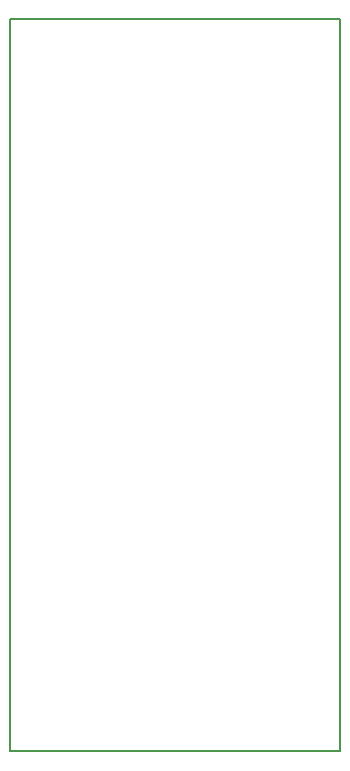
<source format=gm1>
G04 #@! TF.GenerationSoftware,KiCad,Pcbnew,7.0.10-7.0.10~ubuntu22.04.1*
G04 #@! TF.CreationDate,2024-03-22T17:45:40+01:00*
G04 #@! TF.ProjectId,dac-base-board,6461632d-6261-4736-952d-626f6172642e,v0.1*
G04 #@! TF.SameCoordinates,Original*
G04 #@! TF.FileFunction,Profile,NP*
%FSLAX46Y46*%
G04 Gerber Fmt 4.6, Leading zero omitted, Abs format (unit mm)*
G04 Created by KiCad (PCBNEW 7.0.10-7.0.10~ubuntu22.04.1) date 2024-03-22 17:45:40*
%MOMM*%
%LPD*%
G01*
G04 APERTURE LIST*
G04 #@! TA.AperFunction,Profile*
%ADD10C,0.200000*%
G04 #@! TD*
G04 APERTURE END LIST*
D10*
X25326000Y-14732000D02*
X53340000Y-14732000D01*
X53340000Y-76708000D01*
X25326000Y-76708000D01*
X25326000Y-14732000D01*
M02*

</source>
